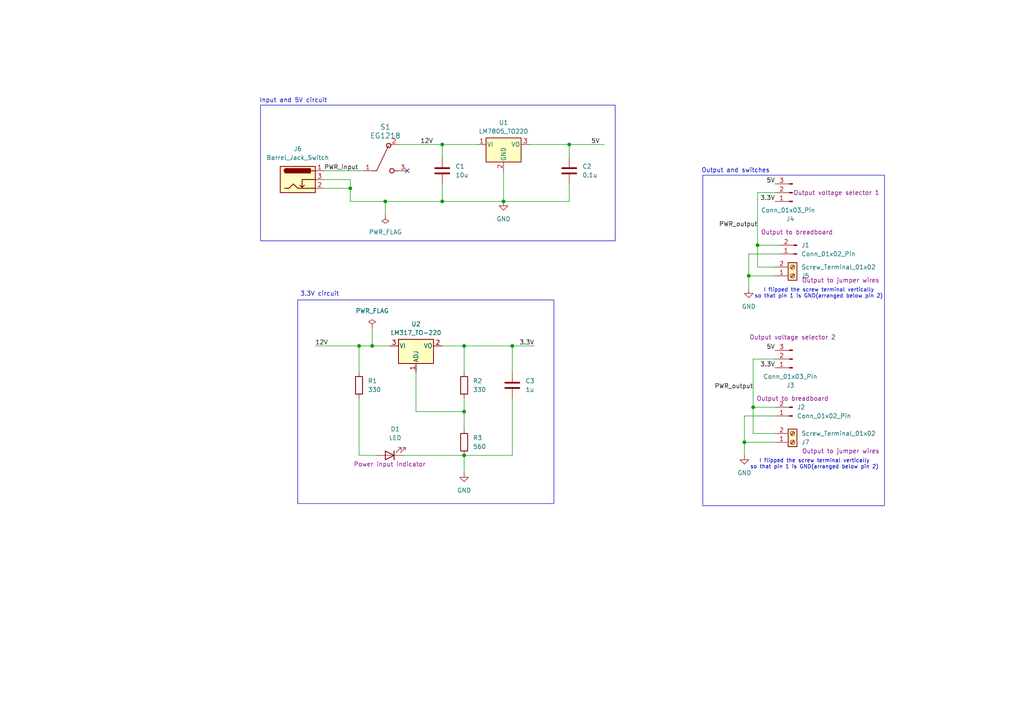
<source format=kicad_sch>
(kicad_sch (version 20250114) (generator "eeschema") (generator_version "9.0")
  (paper "A4")
  (title_block (title "Project 1 for github") (date "2026-02-17") (rev "1") (company "Enes Gungor"))
  (lib_symbols
    (symbol "Connector:Barrel_Jack_Switch" (pin_names (hide yes))
      (property "Reference" "J" (at 0 5.334 0))
      (property "Value" "Barrel_Jack_Switch" (at 0 -5.08 0))
      (symbol "Barrel_Jack_Switch_0_1"
        (rectangle (start -5.08 3.81) (end 5.08 -3.81) (stroke (width 0.254)) (fill (type background)))
        (polyline (pts (xy -3.81 -2.54) (xy -2.54 -2.54) (xy -1.27 -1.27) (xy 0 -2.54) (xy 2.54 -2.54) (xy 5.08 -2.54)) (stroke (width 0.254)))
        (arc (start -3.302 1.905) (mid -3.9343 2.54) (end -3.302 3.175) (stroke (width 0.254)))
        (arc (start -3.302 1.905) (mid -3.9343 2.54) (end -3.302 3.175) (stroke (width 0.254)) (fill (type outline)))
        (polyline (pts (xy 1.27 -2.286) (xy 1.905 -1.651)) (stroke (width 0.254)))
        (rectangle (start 3.683 3.175) (end -3.302 1.905) (stroke (width 0.254)) (fill (type outline)))
        (polyline (pts (xy 5.08 2.54) (xy 3.81 2.54)) (stroke (width 0.254)))
        (polyline (pts (xy 5.08 0) (xy 1.27 0) (xy 1.27 -2.286) (xy 0.635 -1.651)) (stroke (width 0.254)))
      )
      (symbol "Barrel_Jack_Switch_1_1"
        (pin passive line (at 7.62 2.54 180) (length 2.54) (name "~") (number "1"))
        (pin passive line (at 7.62 0 180) (length 2.54) (name "~") (number "3"))
        (pin passive line (at 7.62 -2.54 180) (length 2.54) (name "~") (number "2"))
      )
    )
    (symbol "Connector:Conn_01x02_Pin" (pin_names (offset 1.016) (hide yes))
      (property "Reference" "J" (at 0 2.54 0))
      (property "Value" "Conn_01x02_Pin" (at 0 -5.08 0))
      (symbol "Conn_01x02_Pin_1_1"
        (rectangle (start 0.8636 0.127) (end 0 -0.127) (stroke (width 0.1524)) (fill (type outline)))
        (rectangle (start 0.8636 -2.413) (end 0 -2.667) (stroke (width 0.1524)) (fill (type outline)))
        (polyline (pts (xy 1.27 0) (xy 0.8636 0)) (stroke (width 0.1524)))
        (polyline (pts (xy 1.27 -2.54) (xy 0.8636 -2.54)) (stroke (width 0.1524)))
        (pin passive line (at 5.08 0 180) (length 3.81) (name "Pin_1") (number "1"))
        (pin passive line (at 5.08 -2.54 180) (length 3.81) (name "Pin_2") (number "2"))
      )
    )
    (symbol "Connector:Conn_01x03_Pin" (pin_names (offset 1.016) (hide yes))
      (property "Reference" "J" (at 0 5.08 0))
      (property "Value" "Conn_01x03_Pin" (at 0 -5.08 0))
      (symbol "Conn_01x03_Pin_1_1"
        (rectangle (start 0.8636 2.667) (end 0 2.413) (stroke (width 0.1524)) (fill (type outline)))
        (rectangle (start 0.8636 0.127) (end 0 -0.127) (stroke (width 0.1524)) (fill (type outline)))
        (rectangle (start 0.8636 -2.413) (end 0 -2.667) (stroke (width 0.1524)) (fill (type outline)))
        (polyline (pts (xy 1.27 2.54) (xy 0.8636 2.54)) (stroke (width 0.1524)))
        (polyline (pts (xy 1.27 0) (xy 0.8636 0)) (stroke (width 0.1524)))
        (polyline (pts (xy 1.27 -2.54) (xy 0.8636 -2.54)) (stroke (width 0.1524)))
        (pin passive line (at 5.08 2.54 180) (length 3.81) (name "Pin_1") (number "1"))
        (pin passive line (at 5.08 0 180) (length 3.81) (name "Pin_2") (number "2"))
        (pin passive line (at 5.08 -2.54 180) (length 3.81) (name "Pin_3") (number "3"))
      )
    )
    (symbol "Connector:Screw_Terminal_01x02" (pin_names (offset 1.016) (hide yes))
      (property "Reference" "J" (at 0 2.54 0))
      (property "Value" "Screw_Terminal_01x02" (at 0 -5.08 0))
      (symbol "Screw_Terminal_01x02_1_1"
        (rectangle (start -1.27 1.27) (end 1.27 -3.81) (stroke (width 0.254)) (fill (type background)))
        (polyline (pts (xy -0.5334 0.3302) (xy 0.3302 -0.508)) (stroke (width 0.1524)))
        (polyline (pts (xy -0.5334 -2.2098) (xy 0.3302 -3.048)) (stroke (width 0.1524)))
        (polyline (pts (xy -0.3556 0.508) (xy 0.508 -0.3302)) (stroke (width 0.1524)))
        (polyline (pts (xy -0.3556 -2.032) (xy 0.508 -2.8702)) (stroke (width 0.1524)))
        (circle (center 0 0) (radius 0.635) (stroke (width 0.1524)))
        (circle (center 0 -2.54) (radius 0.635) (stroke (width 0.1524)))
        (pin passive line (at -5.08 0 0) (length 3.81) (name "Pin_1") (number "1"))
        (pin passive line (at -5.08 -2.54 0) (length 3.81) (name "Pin_2") (number "2"))
      )
    )
    (symbol "Device:C" (pin_numbers (hide yes)) (pin_names (offset 0.254))
      (property "Reference" "C" (at 0.635 2.54 0))
      (property "Value" "C" (at 0.635 -2.54 0))
      (symbol "C_0_1"
        (polyline (pts (xy -2.032 0.762) (xy 2.032 0.762)) (stroke (width 0.508)))
        (polyline (pts (xy -2.032 -0.762) (xy 2.032 -0.762)) (stroke (width 0.508)))
      )
      (symbol "C_1_1"
        (pin passive line (at 0 3.81 270) (length 2.794) (name "~") (number "1"))
        (pin passive line (at 0 -3.81 90) (length 2.794) (name "~") (number "2"))
      )
    )
    (symbol "Device:LED" (pin_numbers (hide yes)) (pin_names (offset 1.016) (hide yes))
      (property "Reference" "D" (at 0 2.54 0))
      (property "Value" "LED" (at 0 -2.54 0))
      (symbol "LED_0_1"
        (polyline (pts (xy -3.048 -0.762) (xy -4.572 -2.286) (xy -3.81 -2.286) (xy -4.572 -2.286) (xy -4.572 -1.524)))
        (polyline (pts (xy -1.778 -0.762) (xy -3.302 -2.286) (xy -2.54 -2.286) (xy -3.302 -2.286) (xy -3.302 -1.524)))
        (polyline (pts (xy -1.27 0) (xy 1.27 0)))
        (polyline (pts (xy -1.27 -1.27) (xy -1.27 1.27)) (stroke (width 0.254)))
        (polyline (pts (xy 1.27 -1.27) (xy 1.27 1.27) (xy -1.27 0) (xy 1.27 -1.27)) (stroke (width 0.254)))
      )
      (symbol "LED_1_1"
        (pin passive line (at -3.81 0 0) (length 2.54) (name "K") (number "1"))
        (pin passive line (at 3.81 0 180) (length 2.54) (name "A") (number "2"))
      )
    )
    (symbol "Device:R" (pin_numbers (hide yes)) (pin_names (offset 0))
      (property "Reference" "R" (at 2.032 0 90))
      (property "Value" "R" (at 0 0 90))
      (symbol "R_0_1"
        (rectangle (start -1.016 -2.54) (end 1.016 2.54) (stroke (width 0.254)))
      )
      (symbol "R_1_1"
        (pin passive line (at 0 3.81 270) (length 1.27) (name "~") (number "1"))
        (pin passive line (at 0 -3.81 90) (length 1.27) (name "~") (number "2"))
      )
    )
    (symbol "Regulator_Linear:LM317_TO-220" (pin_names (offset 0.254))
      (property "Reference" "U" (at -3.81 3.175 0))
      (property "Value" "LM317_TO-220" (at 0 3.175 0))
      (symbol "LM317_TO-220_0_1"
        (rectangle (start -5.08 1.905) (end 5.08 -5.08) (stroke (width 0.254)) (fill (type background)))
      )
      (symbol "LM317_TO-220_1_1"
        (pin power_in line (at -7.62 0 0) (length 2.54) (name "VI") (number "3"))
        (pin input line (at 0 -7.62 90) (length 2.54) (name "ADJ") (number "1"))
        (pin power_out line (at 7.62 0 180) (length 2.54) (name "VO") (number "2"))
      )
    )
    (symbol "Regulator_Linear:LM7805_TO220" (pin_names (offset 0.254))
      (property "Reference" "U" (at -3.81 3.175 0))
      (property "Value" "LM7805_TO220" (at 0 3.175 0))
      (symbol "LM7805_TO220_0_1"
        (rectangle (start -5.08 1.905) (end 5.08 -5.08) (stroke (width 0.254)) (fill (type background)))
      )
      (symbol "LM7805_TO220_1_1"
        (pin power_in line (at -7.62 0 0) (length 2.54) (name "VI") (number "1"))
        (pin power_in line (at 0 -7.62 90) (length 2.54) (name "GND") (number "2"))
        (pin power_out line (at 7.62 0 180) (length 2.54) (name "VO") (number "3"))
      )
    )
    (symbol "eg1218:EG1218" (pin_names (offset 0.254))
      (property "Reference" "S1" (at 6.35 12.7 0))
      (property "Value" "EG1218" (at 6.35 10.16 0))
      (symbol "EG1218_0_1"
        (polyline (pts (xy 2.54 0) (xy 3.81 0)) (stroke (width 0.2032)))
        (polyline (pts (xy 7.3251 7.3251) (xy 3.81 0)) (stroke (width 0.2032)))
        (circle (center 7.3251 7.3251) (radius 0.635) (stroke (width 0.254)))
        (circle (center 8.255 0) (radius 0.635) (stroke (width 0.254)))
        (polyline (pts (xy 10.16 0) (xy 8.89 0)) (stroke (width 0.2032)))
        (pin passive line (at 0 0 0) (length 2.54) (name "") (number "1"))
        (pin passive line (at 10.16 7.62 180) (length 2.54) (name "") (number "2"))
        (pin passive line (at 12.7 0 180) (length 2.54) (name "") (number "3"))
      )
    )
    (symbol "power:GND" (power) (pin_numbers (hide yes)) (pin_names (offset 0) (hide yes))
      (property "Value" "GND" (at 0 -3.81 0))
      (symbol "GND_0_1"
        (polyline (pts (xy 0 0) (xy 0 -1.27) (xy 1.27 -1.27) (xy 0 -2.54) (xy -1.27 -1.27) (xy 0 -1.27)))
      )
      (symbol "GND_1_1"
        (pin power_in line (at 0 0 270) (length 0) (name "~") (number "1"))
      )
    )
    (symbol "power:PWR_FLAG" (power) (pin_numbers (hide yes)) (pin_names (offset 0) (hide yes))
      (property "Value" "PWR_FLAG" (at 0 3.81 0))
      (symbol "PWR_FLAG_0_0"
        (pin power_out line (at 0 0 90) (length 0) (name "~") (number "1"))
      )
      (symbol "PWR_FLAG_0_1"
        (polyline (pts (xy 0 0) (xy 0 1.27) (xy -1.016 1.905) (xy 0 2.54) (xy 1.016 1.905) (xy 0 1.27)))
      )
    )
  )
  (rectangle (start 75.565 30.48) (end 178.435 69.85))
  (rectangle (start 203.835 50.8) (end 256.54 146.685))
  (rectangle (start 86.36 86.995) (end 160.655 146.05))
  (text "Output and switches\n" (at 213.36 49.53 0) (effects (font (size 1.27 1.27))))
  (text "3.3V circuit\n\n" (at 92.71 86.36 0) (effects (font (size 1.27 1.27))))
  (text "I flipped the screw terminal vertically\nso that pin 1 is GND(arranged below pin 2)" (at 237.49 85.09 0) (effects (font (size 1.1 1.1))))
  (text "Input and 5V circuit" (at 85.09 29.21 0) (effects (font (size 1.27 1.27))))
  (text "I flipped the screw terminal vertically\nso that pin 1 is GND(arranged below pin 2)" (at 236.22 134.62 0) (effects (font (size 1.1 1.1))))
  (junction (at 134.62 100.33))
  (junction (at 217.17 80.01))
  (junction (at 104.14 100.33))
  (junction (at 128.27 58.42))
  (junction (at 128.27 41.91))
  (junction (at 215.9 128.27))
  (junction (at 219.71 71.12))
  (junction (at 107.95 100.33))
  (junction (at 218.44 118.11))
  (junction (at 146.05 58.42))
  (junction (at 148.59 100.33))
  (junction (at 111.76 58.42))
  (junction (at 165.1 41.91))
  (junction (at 101.6 54.61))
  (junction (at 134.62 119.38))
  (junction (at 134.62 132.08))
  (no_connect (at 118.11 49.53))
  (wire (pts (xy 217.17 80.01) (xy 224.79 80.01)))
  (wire (pts (xy 215.9 128.27) (xy 215.9 132.08)))
  (wire (pts (xy 165.1 41.91) (xy 175.26 41.91)))
  (wire (pts (xy 104.14 115.57) (xy 104.14 132.08)))
  (wire (pts (xy 128.27 41.91) (xy 138.43 41.91)))
  (wire (pts (xy 134.62 132.08) (xy 134.62 137.16)))
  (wire (pts (xy 101.6 54.61) (xy 101.6 58.42)))
  (wire (pts (xy 134.62 100.33) (xy 148.59 100.33)))
  (wire (pts (xy 104.14 100.33) (xy 104.14 107.95)))
  (wire (pts (xy 104.14 100.33) (xy 107.95 100.33)))
  (wire (pts (xy 116.84 132.08) (xy 134.62 132.08)))
  (wire (pts (xy 107.95 95.25) (xy 107.95 100.33)))
  (wire (pts (xy 219.71 71.12) (xy 219.71 77.47)))
  (wire (pts (xy 218.44 118.11) (xy 218.44 125.73)))
  (wire (pts (xy 215.9 128.27) (xy 224.79 128.27)))
  (wire (pts (xy 218.44 118.11) (xy 224.79 118.11)))
  (wire (pts (xy 128.27 100.33) (xy 134.62 100.33)))
  (wire (pts (xy 218.44 104.14) (xy 224.79 104.14)))
  (wire (pts (xy 165.1 53.34) (xy 165.1 58.42)))
  (wire (pts (xy 93.98 54.61) (xy 101.6 54.61)))
  (wire (pts (xy 219.71 71.12) (xy 226.06 71.12)))
  (wire (pts (xy 219.71 55.88) (xy 224.79 55.88)))
  (wire (pts (xy 111.76 58.42) (xy 128.27 58.42)))
  (wire (pts (xy 148.59 100.33) (xy 148.59 107.95)))
  (wire (pts (xy 215.9 120.65) (xy 215.9 128.27)))
  (wire (pts (xy 134.62 119.38) (xy 134.62 124.46)))
  (wire (pts (xy 219.71 77.47) (xy 224.79 77.47)))
  (wire (pts (xy 218.44 125.73) (xy 224.79 125.73)))
  (wire (pts (xy 107.95 100.33) (xy 113.03 100.33)))
  (wire (pts (xy 111.76 58.42) (xy 111.76 62.23)))
  (wire (pts (xy 104.14 132.08) (xy 109.22 132.08)))
  (wire (pts (xy 101.6 58.42) (xy 111.76 58.42)))
  (wire (pts (xy 128.27 41.91) (xy 128.27 45.72)))
  (wire (pts (xy 146.05 58.42) (xy 165.1 58.42)))
  (wire (pts (xy 219.71 55.88) (xy 219.71 71.12)))
  (wire (pts (xy 148.59 100.33) (xy 154.94 100.33)))
  (wire (pts (xy 101.6 52.07) (xy 101.6 54.61)))
  (wire (pts (xy 215.9 120.65) (xy 224.79 120.65)))
  (wire (pts (xy 165.1 41.91) (xy 165.1 45.72)))
  (wire (pts (xy 134.62 132.08) (xy 148.59 132.08)))
  (wire (pts (xy 115.57 41.91) (xy 128.27 41.91)))
  (wire (pts (xy 120.65 119.38) (xy 134.62 119.38)))
  (wire (pts (xy 153.67 41.91) (xy 165.1 41.91)))
  (wire (pts (xy 217.17 73.66) (xy 226.06 73.66)))
  (wire (pts (xy 93.98 52.07) (xy 101.6 52.07)))
  (wire (pts (xy 146.05 49.53) (xy 146.05 58.42)))
  (wire (pts (xy 134.62 100.33) (xy 134.62 107.95)))
  (wire (pts (xy 134.62 115.57) (xy 134.62 119.38)))
  (wire (pts (xy 128.27 58.42) (xy 146.05 58.42)))
  (wire (pts (xy 148.59 115.57) (xy 148.59 132.08)))
  (wire (pts (xy 218.44 104.14) (xy 218.44 118.11)))
  (wire (pts (xy 128.27 53.34) (xy 128.27 58.42)))
  (wire (pts (xy 93.98 49.53) (xy 105.41 49.53)))
  (wire (pts (xy 91.44 100.33) (xy 104.14 100.33)))
  (wire (pts (xy 217.17 73.66) (xy 217.17 80.01)))
  (wire (pts (xy 217.17 80.01) (xy 217.17 83.82)))
  (wire (pts (xy 120.65 107.95) (xy 120.65 119.38)))
  (label "3.3V" (at 224.79 58.42 180))
  (label "PWR_output" (at 218.44 113.03 180))
  (label "PWR_input" (at 93.98 49.53 0))
  (label "3.3V" (at 154.94 100.33 180))
  (label "3.3V" (at 224.79 106.68 180))
  (label "5V" (at 224.79 53.34 180))
  (label "5V" (at 171.45 41.91 0))
  (label "PWR_output" (at 219.71 66.04 180))
  (label "5V" (at 224.79 101.6 180))
  (label "12V" (at 91.44 100.33 0))
  (label "12V" (at 121.92 41.91 0))
  (symbol (lib_id "Connector:Conn_01x02_Pin") (at 231.14 73.66 180) (unit 1)
    (property "Reference" "J1" (at 232.41 71.1199 0) (effects (justify right)))
    (property "Value" "Conn_01x02_Pin" (at 232.41 73.6599 0) (effects (justify right)))
    (property "Footprint" "Connector_PinHeader_2.54mm:PinHeader_1x02_P2.54mm_Vertical" (effects (hide yes)))
    (property "Description" "Generic connector, single row, 01x02, script generated" (effects (hide yes)))
    (property "Purpose" "Output to breadboard" (at 231.14 67.31 0))
  )
  (symbol (lib_id "Device:C") (at 148.59 111.76 180) (unit 1)
    (property "Reference" "C3" (at 152.4 110.4899 0) (effects (justify right)))
    (property "Value" "1u" (at 152.4 113.0299 0) (effects (justify right)))
    (property "Footprint" "Capacitor_THT:C_Disc_D3.0mm_W1.6mm_P2.50mm" (effects (hide yes)))
    (property "Description" "Unpolarized capacitor" (effects (hide yes)))
  )
  (symbol (lib_id "eg1218:EG1218") (at 105.41 49.53 0) (unit 1)
    (property "Reference" "S1" (at 111.76 36.83 0) (effects (font (size 1.524 1.524))))
    (property "Value" "EG1218" (at 111.76 39.37 0) (effects (font (size 1.524 1.524))))
    (property "Footprint" "footprints:SW_1218_EWI" (effects (hide yes)))
    (property "Datasheet" "EG1218" (effects (hide yes)))
  )
  (symbol (lib_id "Regulator_Linear:LM7805_TO220") (at 146.05 41.91 0) (unit 1)
    (property "Reference" "U1" (at 146.05 35.56 0))
    (property "Value" "LM7805_TO220" (at 146.05 38.1 0))
    (property "Footprint" "Package_TO_SOT_THT:TO-220-3_Vertical" (effects (hide yes)))
    (property "Datasheet" "https://www.onsemi.cn/PowerSolutions/document/MC7800-D.PDF" (effects (hide yes)))
    (property "Description" "Positive 1A 35V Linear Regulator, Fixed Output 5V, TO-220" (effects (hide yes)))
  )
  (symbol (lib_id "power:GND") (at 215.9 132.08 0) (unit 1)
    (property "Reference" "#PWR03" (effects (hide yes)))
    (property "Value" "GND" (at 215.9 137.16 0))
    (property "Description" "Power symbol creates a global label with name \"GND\" , ground" (effects (hide yes)))
  )
  (symbol (lib_id "Connector:Screw_Terminal_01x02") (at 229.87 80.01 0) (mirror x) (unit 1)
    (property "Reference" "J5" (at 232.41 80.0101 0) (effects (justify left)))
    (property "Value" "Screw_Terminal_01x02" (at 232.41 77.4701 0) (effects (justify left)))
    (property "Footprint" "TerminalBlock_CUI:TerminalBlock_CUI_TB007-508-02_1x02_P5.08mm_Horizontal" (effects (hide yes)))
    (property "Description" "Generic screw terminal, single row, 01x02, script generated (kicad-library-utils/schlib/autogen/connector/)" (effects (hide yes)))
    (property "Purpose" "Output to jumper wires" (at 243.84 81.28 0))
  )
  (symbol (lib_id "power:GND") (at 146.05 58.42 0) (unit 1)
    (property "Reference" "#PWR01" (effects (hide yes)))
    (property "Value" "GND" (at 146.05 63.5 0))
    (property "Description" "Power symbol creates a global label with name \"GND\" , ground" (effects (hide yes)))
  )
  (symbol (lib_id "Connector:Screw_Terminal_01x02") (at 229.87 128.27 0) (mirror x) (unit 1)
    (property "Reference" "J7" (at 232.41 128.2701 0) (effects (justify left)))
    (property "Value" "Screw_Terminal_01x02" (at 232.41 125.7301 0) (effects (justify left)))
    (property "Footprint" "TerminalBlock_CUI:TerminalBlock_CUI_TB007-508-02_1x02_P5.08mm_Horizontal" (effects (hide yes)))
    (property "Description" "Generic screw terminal, single row, 01x02, script generated (kicad-library-utils/schlib/autogen/connector/)" (effects (hide yes)))
    (property "Purpose" "Output to jumper wires" (at 243.84 130.81 0))
  )
  (symbol (lib_id "Device:R") (at 134.62 111.76 180) (unit 1)
    (property "Reference" "R2" (at 137.16 110.4899 0) (effects (justify right)))
    (property "Value" "330" (at 137.16 113.0299 0) (effects (justify right)))
    (property "Footprint" "Resistor_THT:R_Axial_DIN0204_L3.6mm_D1.6mm_P7.62mm_Horizontal" (effects (hide yes)))
    (property "Description" "Resistor" (effects (hide yes)))
  )
  (symbol (lib_id "Regulator_Linear:LM317_TO-220") (at 120.65 100.33 0) (unit 1)
    (property "Reference" "U2" (at 120.65 93.98 0))
    (property "Value" "LM317_TO-220" (at 120.65 96.52 0))
    (property "Footprint" "Package_TO_SOT_THT:TO-220-3_Vertical" (effects (hide yes)))
    (property "Datasheet" "http://www.ti.com/lit/ds/symlink/lm317.pdf" (effects (hide yes)))
    (property "Description" "1.5A 35V Adjustable Linear Regulator, TO-220" (effects (hide yes)))
  )
  (symbol (lib_id "Connector:Conn_01x03_Pin") (at 229.87 55.88 180) (unit 1)
    (property "Reference" "J4" (at 229.235 63.5 0))
    (property "Value" "Conn_01x03_Pin" (at 228.6 60.96 0))
    (property "Footprint" "Connector_PinHeader_2.54mm:PinHeader_1x03_P2.54mm_Vertical" (effects (hide yes)))
    (property "Description" "Generic connector, single row, 01x03, script generated" (effects (hide yes)))
    (property "Purpose" "Output voltage selector 1" (at 242.57 55.88 0))
  )
  (symbol (lib_id "power:PWR_FLAG") (at 111.76 62.23 180) (unit 1)
    (property "Reference" "#FLG01" (effects (hide yes)))
    (property "Value" "PWR_FLAG" (at 111.76 67.31 0))
    (property "Description" "Special symbol for telling ERC where power comes from" (effects (hide yes)))
  )
  (symbol (lib_id "Device:C") (at 128.27 49.53 0) (unit 1)
    (property "Reference" "C1" (at 132.08 48.2599 0) (effects (justify left)))
    (property "Value" "10u" (at 132.08 50.7999 0) (effects (justify left)))
    (property "Footprint" "Capacitor_THT:C_Disc_D3.0mm_W1.6mm_P2.50mm" (effects (hide yes)))
    (property "Description" "Unpolarized capacitor" (effects (hide yes)))
  )
  (symbol (lib_id "power:GND") (at 217.17 83.82 0) (unit 1)
    (property "Reference" "#PWR04" (effects (hide yes)))
    (property "Value" "GND" (at 217.17 88.9 0))
    (property "Description" "Power symbol creates a global label with name \"GND\" , ground" (effects (hide yes)))
  )
  (symbol (lib_id "Device:C") (at 165.1 49.53 0) (unit 1)
    (property "Reference" "C2" (at 168.91 48.2599 0) (effects (justify left)))
    (property "Value" "0.1u" (at 168.91 50.7999 0) (effects (justify left)))
    (property "Footprint" "Capacitor_THT:C_Disc_D3.0mm_W1.6mm_P2.50mm" (effects (hide yes)))
    (property "Description" "Unpolarized capacitor" (effects (hide yes)))
  )
  (symbol (lib_id "Connector:Barrel_Jack_Switch") (at 86.36 52.07 0) (unit 1)
    (property "Reference" "J6" (at 86.36 43.18 0))
    (property "Value" "Barrel_Jack_Switch" (at 86.36 45.72 0))
    (property "Footprint" "Connector_BarrelJack:BarrelJack_Horizontal" (effects (hide yes)))
    (property "Description" "DC Barrel Jack with an internal switch" (effects (hide yes)))
  )
  (symbol (lib_id "Connector:Conn_01x03_Pin") (at 229.87 104.14 180) (unit 1)
    (property "Reference" "J3" (at 229.235 111.76 0))
    (property "Value" "Conn_01x03_Pin" (at 229.235 109.22 0))
    (property "Footprint" "Connector_PinHeader_2.54mm:PinHeader_1x03_P2.54mm_Vertical" (effects (hide yes)))
    (property "Description" "Generic connector, single row, 01x03, script generated" (effects (hide yes)))
    (property "Purpose" "Output voltage selector 2" (at 229.87 97.79 0))
  )
  (symbol (lib_id "Device:R") (at 104.14 111.76 180) (unit 1)
    (property "Reference" "R1" (at 106.68 110.4899 0) (effects (justify right)))
    (property "Value" "330" (at 106.68 113.0299 0) (effects (justify right)))
    (property "Footprint" "Resistor_THT:R_Axial_DIN0204_L3.6mm_D1.6mm_P7.62mm_Horizontal" (effects (hide yes)))
    (property "Description" "Resistor" (effects (hide yes)))
  )
  (symbol (lib_id "Device:LED") (at 113.03 132.08 180) (unit 1)
    (property "Reference" "D1" (at 114.6175 124.46 0))
    (property "Value" "LED" (at 114.6175 127 0))
    (property "Footprint" "LED_THT:LED_D5.0mm" (effects (hide yes)))
    (property "Description" "Light emitting diode" (effects (hide yes)))
    (property "Sim.Pins" "1=K 2=A" (effects (hide yes)))
    (property "Purpose" "Power input indicator" (at 113.03 134.62 0))
  )
  (symbol (lib_id "Connector:Conn_01x02_Pin") (at 229.87 120.65 180) (unit 1)
    (property "Reference" "J2" (at 231.14 118.1099 0) (effects (justify right)))
    (property "Value" "Conn_01x02_Pin" (at 231.14 120.6499 0) (effects (justify right)))
    (property "Footprint" "Connector_PinHeader_2.54mm:PinHeader_1x02_P2.54mm_Vertical" (effects (hide yes)))
    (property "Description" "Generic connector, single row, 01x02, script generated" (effects (hide yes)))
    (property "Purpose" "Output to breadboard" (at 229.87 115.57 0))
  )
  (symbol (lib_id "Device:R") (at 134.62 128.27 180) (unit 1)
    (property "Reference" "R3" (at 137.16 126.9999 0) (effects (justify right)))
    (property "Value" "560" (at 137.16 129.5399 0) (effects (justify right)))
    (property "Footprint" "Resistor_THT:R_Axial_DIN0204_L3.6mm_D1.6mm_P7.62mm_Horizontal" (effects (hide yes)))
    (property "Description" "Resistor" (effects (hide yes)))
  )
  (symbol (lib_id "power:PWR_FLAG") (at 107.95 95.25 0) (unit 1)
    (property "Reference" "#FLG02" (effects (hide yes)))
    (property "Value" "PWR_FLAG" (at 107.95 90.17 0))
    (property "Description" "Special symbol for telling ERC where power comes from" (effects (hide yes)))
  )
  (symbol (lib_id "power:GND") (at 134.62 137.16 0) (unit 1)
    (property "Reference" "#PWR02" (effects (hide yes)))
    (property "Value" "GND" (at 134.62 142.24 0))
    (property "Description" "Power symbol creates a global label with name \"GND\" , ground" (effects (hide yes)))
  )
)
</source>
